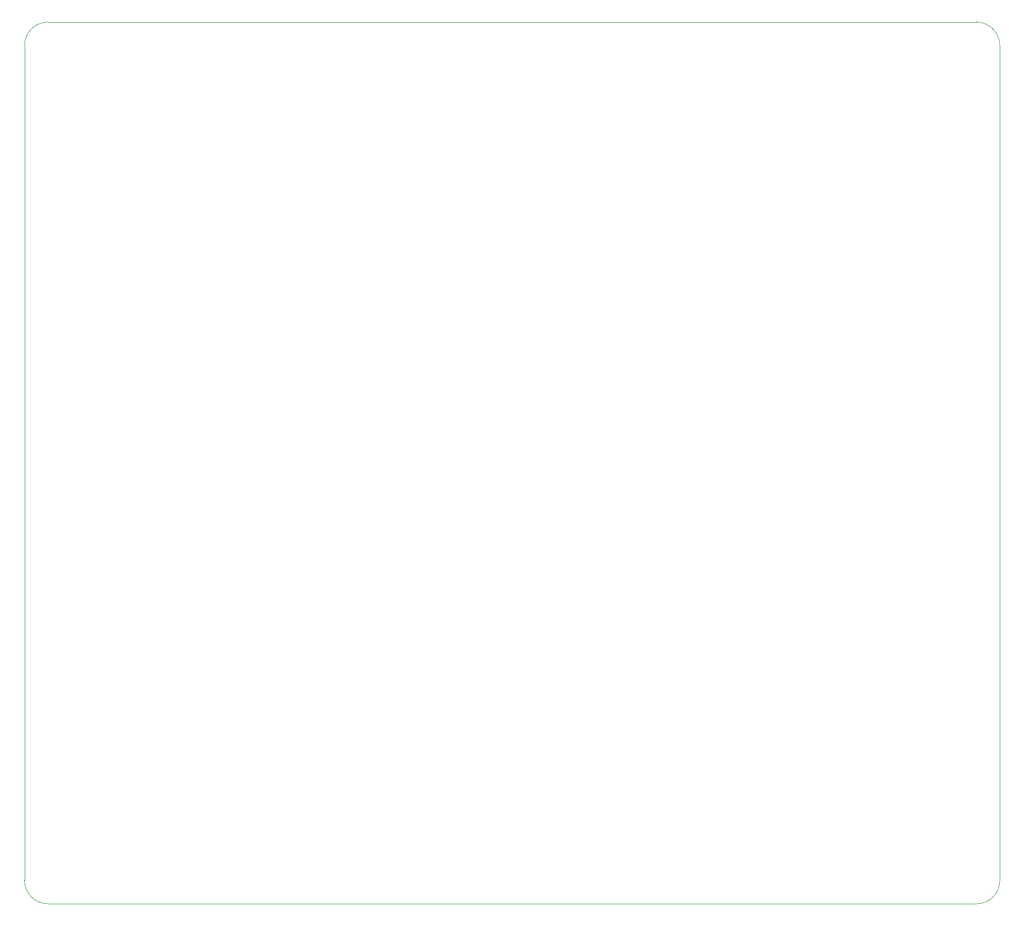
<source format=gbr>
%TF.GenerationSoftware,KiCad,Pcbnew,9.0.6*%
%TF.CreationDate,2026-01-13T22:37:12-06:00*%
%TF.ProjectId,LV Carrier Board,4c562043-6172-4726-9965-7220426f6172,rev?*%
%TF.SameCoordinates,Original*%
%TF.FileFunction,Profile,NP*%
%FSLAX46Y46*%
G04 Gerber Fmt 4.6, Leading zero omitted, Abs format (unit mm)*
G04 Created by KiCad (PCBNEW 9.0.6) date 2026-01-13 22:37:12*
%MOMM*%
%LPD*%
G01*
G04 APERTURE LIST*
%TA.AperFunction,Profile*%
%ADD10C,0.050000*%
%TD*%
G04 APERTURE END LIST*
D10*
X181000000Y-170000000D02*
G75*
G02*
X177000000Y-174000000I-4000000J0D01*
G01*
X177000000Y-174000000D02*
X18000000Y-174000000D01*
X18000000Y-174000000D02*
G75*
G02*
X14000000Y-170000000I0J4000000D01*
G01*
X14000000Y-170000000D02*
X14000000Y-27000000D01*
X177000000Y-23000000D02*
G75*
G02*
X181000000Y-27000000I0J-4000000D01*
G01*
X18000000Y-23000000D02*
X177000000Y-23000000D01*
X181000000Y-27000000D02*
X181000000Y-170000000D01*
X14000000Y-27000000D02*
G75*
G02*
X18000000Y-23000000I4000000J0D01*
G01*
M02*

</source>
